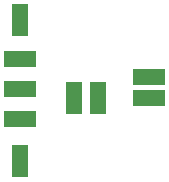
<source format=gbr>
G04 EAGLE Gerber RS-274X export*
G75*
%MOMM*%
%FSLAX34Y34*%
%LPD*%
%INSoldermask Top*%
%IPPOS*%
%AMOC8*
5,1,8,0,0,1.08239X$1,22.5*%
G01*
%ADD10R,2.743200X1.473200*%
%ADD11R,1.473200X2.743200*%


D10*
X22860Y111760D03*
X22860Y86360D03*
X22860Y60960D03*
D11*
X68580Y78740D03*
D10*
X132080Y96520D03*
X132080Y78740D03*
D11*
X88900Y78740D03*
X22860Y144780D03*
X22860Y25400D03*
M02*

</source>
